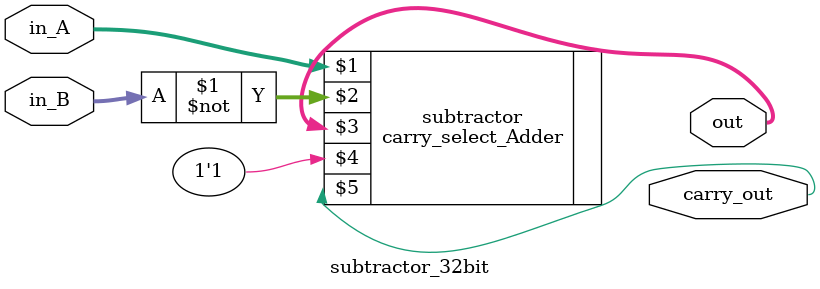
<source format=v>
/*
*Creating A-B=out
*/

module subtractor_32bit(in_A, in_B, out, carry_out);
	input[31:0] in_A,in_B;
	output[31:0] out;
	output carry_out;
	
	//inverting B and setting carry _n to +1 to convert B into -B
	carry_select_Adder subtractor(in_A, ~in_B, out, 1'b1,carry_out);
endmodule
</source>
